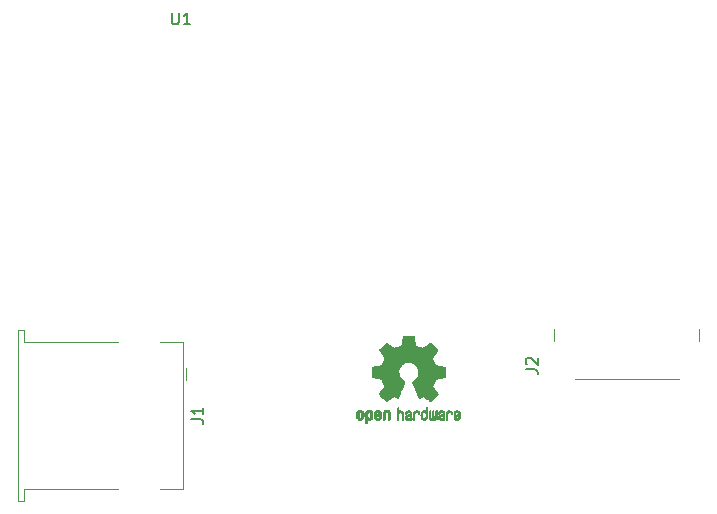
<source format=gbr>
G04 #@! TF.GenerationSoftware,KiCad,Pcbnew,5.1.4-5.1.4*
G04 #@! TF.CreationDate,2019-09-27T17:33:58+02:00*
G04 #@! TF.ProjectId,Backcover,4261636b-636f-4766-9572-2e6b69636164,rev?*
G04 #@! TF.SameCoordinates,Original*
G04 #@! TF.FileFunction,Legend,Top*
G04 #@! TF.FilePolarity,Positive*
%FSLAX46Y46*%
G04 Gerber Fmt 4.6, Leading zero omitted, Abs format (unit mm)*
G04 Created by KiCad (PCBNEW 5.1.4-5.1.4) date 2019-09-27 17:33:58*
%MOMM*%
%LPD*%
G04 APERTURE LIST*
%ADD10C,0.010000*%
%ADD11C,0.120000*%
%ADD12C,0.150000*%
G04 APERTURE END LIST*
D10*
G36*
X31639878Y15962224D02*
G01*
X31745612Y15961645D01*
X31822132Y15960078D01*
X31874372Y15957028D01*
X31907263Y15952004D01*
X31925737Y15944511D01*
X31934727Y15934056D01*
X31939163Y15920147D01*
X31939594Y15918346D01*
X31946333Y15885855D01*
X31958808Y15821748D01*
X31975719Y15732849D01*
X31995771Y15625981D01*
X32017664Y15507967D01*
X32018429Y15503822D01*
X32040359Y15388169D01*
X32060877Y15285986D01*
X32078659Y15203402D01*
X32092381Y15146544D01*
X32100718Y15121542D01*
X32101116Y15121099D01*
X32125677Y15108890D01*
X32176315Y15088544D01*
X32242095Y15064455D01*
X32242461Y15064326D01*
X32325317Y15033182D01*
X32423000Y14993509D01*
X32515077Y14953619D01*
X32519434Y14951647D01*
X32669407Y14883580D01*
X33001498Y15110361D01*
X33103374Y15179496D01*
X33195657Y15241303D01*
X33273003Y15292267D01*
X33330064Y15328873D01*
X33361495Y15347606D01*
X33364479Y15348996D01*
X33387321Y15342810D01*
X33429982Y15312965D01*
X33494128Y15258053D01*
X33581421Y15176666D01*
X33670535Y15090078D01*
X33756441Y15004753D01*
X33833327Y14926892D01*
X33896564Y14861303D01*
X33941523Y14812795D01*
X33963576Y14786175D01*
X33964396Y14784805D01*
X33966834Y14766537D01*
X33957650Y14736705D01*
X33934574Y14691279D01*
X33895337Y14626230D01*
X33837670Y14537530D01*
X33760795Y14423343D01*
X33692570Y14322838D01*
X33631582Y14232697D01*
X33581356Y14158151D01*
X33545416Y14104435D01*
X33527287Y14076782D01*
X33526146Y14074905D01*
X33528359Y14048410D01*
X33545138Y13996914D01*
X33573142Y13930149D01*
X33583122Y13908828D01*
X33626672Y13813841D01*
X33673134Y13706063D01*
X33710877Y13612808D01*
X33738073Y13543594D01*
X33759675Y13490994D01*
X33772158Y13463503D01*
X33773709Y13461384D01*
X33796668Y13457876D01*
X33850786Y13448262D01*
X33928868Y13433911D01*
X34023719Y13416193D01*
X34128143Y13396475D01*
X34234944Y13376126D01*
X34336926Y13356514D01*
X34426894Y13339009D01*
X34497653Y13324978D01*
X34542006Y13315791D01*
X34552885Y13313193D01*
X34564122Y13306782D01*
X34572605Y13292303D01*
X34578714Y13264867D01*
X34582832Y13219589D01*
X34585341Y13151580D01*
X34586621Y13055953D01*
X34587054Y12927820D01*
X34587077Y12875299D01*
X34587077Y12448155D01*
X34484500Y12427909D01*
X34427431Y12416930D01*
X34342269Y12400905D01*
X34239372Y12381767D01*
X34129096Y12361449D01*
X34098615Y12355868D01*
X33996855Y12336083D01*
X33908205Y12316627D01*
X33840108Y12299303D01*
X33800004Y12285912D01*
X33793323Y12281921D01*
X33776919Y12253658D01*
X33753399Y12198891D01*
X33727316Y12128412D01*
X33722142Y12113231D01*
X33687956Y12019104D01*
X33645523Y11912899D01*
X33603997Y11817527D01*
X33603792Y11817084D01*
X33534640Y11667475D01*
X33989512Y10998383D01*
X33697500Y10705884D01*
X33609180Y10618830D01*
X33528625Y10542091D01*
X33460360Y10479763D01*
X33408908Y10435944D01*
X33378794Y10414730D01*
X33374474Y10413384D01*
X33349111Y10423984D01*
X33297358Y10453453D01*
X33224868Y10498295D01*
X33137294Y10555016D01*
X33042612Y10618538D01*
X32946516Y10683332D01*
X32860837Y10739713D01*
X32791016Y10784212D01*
X32742494Y10813361D01*
X32720782Y10823692D01*
X32694293Y10814950D01*
X32644062Y10791913D01*
X32580451Y10759369D01*
X32573708Y10755751D01*
X32488046Y10712790D01*
X32429306Y10691721D01*
X32392772Y10691497D01*
X32373731Y10711072D01*
X32373620Y10711346D01*
X32364102Y10734528D01*
X32341403Y10789559D01*
X32307282Y10872178D01*
X32263500Y10978128D01*
X32211816Y11103148D01*
X32153992Y11242980D01*
X32097991Y11378363D01*
X32036447Y11527766D01*
X31979939Y11666168D01*
X31930161Y11789327D01*
X31888806Y11892998D01*
X31857568Y11972941D01*
X31838141Y12024912D01*
X31832154Y12044308D01*
X31847168Y12066557D01*
X31886439Y12102018D01*
X31938807Y12141113D01*
X32087941Y12264755D01*
X32204511Y12406478D01*
X32287118Y12563296D01*
X32334366Y12732225D01*
X32344857Y12910278D01*
X32337231Y12992461D01*
X32295682Y13162969D01*
X32224123Y13313541D01*
X32126995Y13442691D01*
X32008734Y13548936D01*
X31873780Y13630790D01*
X31726571Y13686768D01*
X31571544Y13715385D01*
X31413139Y13715156D01*
X31255794Y13684595D01*
X31103946Y13622218D01*
X30962035Y13526540D01*
X30902803Y13472428D01*
X30789203Y13333480D01*
X30710106Y13181639D01*
X30664986Y13021333D01*
X30653316Y12856988D01*
X30674569Y12693029D01*
X30728220Y12533882D01*
X30813740Y12383975D01*
X30930605Y12247733D01*
X31061193Y12141113D01*
X31115588Y12100358D01*
X31154014Y12065282D01*
X31167846Y12044274D01*
X31160603Y12021365D01*
X31140005Y11966635D01*
X31107746Y11884328D01*
X31065521Y11778685D01*
X31015023Y11653950D01*
X30957948Y11514364D01*
X30901854Y11378330D01*
X30839967Y11228799D01*
X30782644Y11090233D01*
X30731644Y10966893D01*
X30688727Y10863036D01*
X30655653Y10782920D01*
X30634181Y10730805D01*
X30626225Y10711346D01*
X30607429Y10691577D01*
X30571074Y10691635D01*
X30512479Y10712559D01*
X30426968Y10755387D01*
X30426292Y10755751D01*
X30361907Y10788988D01*
X30309861Y10813198D01*
X30280512Y10823596D01*
X30279217Y10823692D01*
X30257124Y10813145D01*
X30208348Y10783816D01*
X30138331Y10739173D01*
X30052514Y10682686D01*
X29957388Y10618538D01*
X29860540Y10553589D01*
X29773253Y10497104D01*
X29701181Y10452579D01*
X29649977Y10423510D01*
X29625526Y10413384D01*
X29603010Y10426693D01*
X29557742Y10463888D01*
X29494244Y10520872D01*
X29417039Y10593551D01*
X29330651Y10677829D01*
X29302399Y10705984D01*
X29010287Y10998584D01*
X29232631Y11324896D01*
X29300202Y11425103D01*
X29359507Y11515037D01*
X29407217Y11589490D01*
X29440007Y11643249D01*
X29454548Y11671106D01*
X29454974Y11673088D01*
X29447308Y11699345D01*
X29426689Y11752163D01*
X29396685Y11822690D01*
X29375625Y11869907D01*
X29336248Y11960306D01*
X29299165Y12051634D01*
X29270415Y12128800D01*
X29262605Y12152308D01*
X29240417Y12215084D01*
X29218727Y12263589D01*
X29206813Y12281921D01*
X29180523Y12293141D01*
X29123142Y12309046D01*
X29042118Y12327833D01*
X28944895Y12347701D01*
X28901385Y12355868D01*
X28790896Y12376171D01*
X28684916Y12395830D01*
X28593801Y12412912D01*
X28527908Y12425482D01*
X28515500Y12427909D01*
X28412923Y12448155D01*
X28412923Y12875299D01*
X28413153Y13015754D01*
X28414099Y13122021D01*
X28416141Y13198987D01*
X28419662Y13251540D01*
X28425043Y13284567D01*
X28432666Y13302955D01*
X28442912Y13311592D01*
X28447115Y13313193D01*
X28472470Y13318873D01*
X28528484Y13330205D01*
X28607964Y13345821D01*
X28703712Y13364353D01*
X28808533Y13384431D01*
X28915232Y13404688D01*
X29016613Y13423754D01*
X29105479Y13440261D01*
X29174637Y13452841D01*
X29216889Y13460125D01*
X29226290Y13461384D01*
X29234807Y13478237D01*
X29253660Y13523130D01*
X29279324Y13587570D01*
X29289123Y13612808D01*
X29328648Y13710314D01*
X29375192Y13818041D01*
X29416877Y13908828D01*
X29447550Y13978247D01*
X29467956Y14035290D01*
X29474768Y14070223D01*
X29473682Y14074905D01*
X29459285Y14097009D01*
X29426412Y14146169D01*
X29378590Y14217152D01*
X29319348Y14304722D01*
X29252215Y14403643D01*
X29238941Y14423170D01*
X29161046Y14538860D01*
X29103787Y14626956D01*
X29064881Y14691514D01*
X29042044Y14736589D01*
X29032994Y14766237D01*
X29035448Y14784515D01*
X29035511Y14784631D01*
X29054827Y14808639D01*
X29097551Y14855053D01*
X29159051Y14919063D01*
X29234698Y14995855D01*
X29319861Y15080618D01*
X29329465Y15090078D01*
X29436790Y15194011D01*
X29519615Y15270325D01*
X29579605Y15320429D01*
X29618423Y15345730D01*
X29635520Y15348996D01*
X29660473Y15334750D01*
X29712255Y15301844D01*
X29785520Y15253792D01*
X29874920Y15194110D01*
X29975111Y15126312D01*
X29998501Y15110361D01*
X30330593Y14883580D01*
X30480565Y14951647D01*
X30571770Y14991315D01*
X30669669Y15031209D01*
X30753831Y15063017D01*
X30757538Y15064326D01*
X30823369Y15088424D01*
X30874116Y15108800D01*
X30898842Y15121064D01*
X30898884Y15121099D01*
X30906729Y15143266D01*
X30920066Y15197783D01*
X30937570Y15278520D01*
X30957917Y15379350D01*
X30979782Y15494144D01*
X30981571Y15503822D01*
X31003504Y15622096D01*
X31023640Y15729458D01*
X31040680Y15819083D01*
X31053328Y15884149D01*
X31060284Y15917832D01*
X31060406Y15918346D01*
X31064639Y15932675D01*
X31072871Y15943493D01*
X31090033Y15951294D01*
X31121058Y15956571D01*
X31170878Y15959818D01*
X31244424Y15961528D01*
X31346629Y15962193D01*
X31482425Y15962307D01*
X31500000Y15962308D01*
X31639878Y15962224D01*
X31639878Y15962224D01*
G37*
X31639878Y15962224D02*
X31745612Y15961645D01*
X31822132Y15960078D01*
X31874372Y15957028D01*
X31907263Y15952004D01*
X31925737Y15944511D01*
X31934727Y15934056D01*
X31939163Y15920147D01*
X31939594Y15918346D01*
X31946333Y15885855D01*
X31958808Y15821748D01*
X31975719Y15732849D01*
X31995771Y15625981D01*
X32017664Y15507967D01*
X32018429Y15503822D01*
X32040359Y15388169D01*
X32060877Y15285986D01*
X32078659Y15203402D01*
X32092381Y15146544D01*
X32100718Y15121542D01*
X32101116Y15121099D01*
X32125677Y15108890D01*
X32176315Y15088544D01*
X32242095Y15064455D01*
X32242461Y15064326D01*
X32325317Y15033182D01*
X32423000Y14993509D01*
X32515077Y14953619D01*
X32519434Y14951647D01*
X32669407Y14883580D01*
X33001498Y15110361D01*
X33103374Y15179496D01*
X33195657Y15241303D01*
X33273003Y15292267D01*
X33330064Y15328873D01*
X33361495Y15347606D01*
X33364479Y15348996D01*
X33387321Y15342810D01*
X33429982Y15312965D01*
X33494128Y15258053D01*
X33581421Y15176666D01*
X33670535Y15090078D01*
X33756441Y15004753D01*
X33833327Y14926892D01*
X33896564Y14861303D01*
X33941523Y14812795D01*
X33963576Y14786175D01*
X33964396Y14784805D01*
X33966834Y14766537D01*
X33957650Y14736705D01*
X33934574Y14691279D01*
X33895337Y14626230D01*
X33837670Y14537530D01*
X33760795Y14423343D01*
X33692570Y14322838D01*
X33631582Y14232697D01*
X33581356Y14158151D01*
X33545416Y14104435D01*
X33527287Y14076782D01*
X33526146Y14074905D01*
X33528359Y14048410D01*
X33545138Y13996914D01*
X33573142Y13930149D01*
X33583122Y13908828D01*
X33626672Y13813841D01*
X33673134Y13706063D01*
X33710877Y13612808D01*
X33738073Y13543594D01*
X33759675Y13490994D01*
X33772158Y13463503D01*
X33773709Y13461384D01*
X33796668Y13457876D01*
X33850786Y13448262D01*
X33928868Y13433911D01*
X34023719Y13416193D01*
X34128143Y13396475D01*
X34234944Y13376126D01*
X34336926Y13356514D01*
X34426894Y13339009D01*
X34497653Y13324978D01*
X34542006Y13315791D01*
X34552885Y13313193D01*
X34564122Y13306782D01*
X34572605Y13292303D01*
X34578714Y13264867D01*
X34582832Y13219589D01*
X34585341Y13151580D01*
X34586621Y13055953D01*
X34587054Y12927820D01*
X34587077Y12875299D01*
X34587077Y12448155D01*
X34484500Y12427909D01*
X34427431Y12416930D01*
X34342269Y12400905D01*
X34239372Y12381767D01*
X34129096Y12361449D01*
X34098615Y12355868D01*
X33996855Y12336083D01*
X33908205Y12316627D01*
X33840108Y12299303D01*
X33800004Y12285912D01*
X33793323Y12281921D01*
X33776919Y12253658D01*
X33753399Y12198891D01*
X33727316Y12128412D01*
X33722142Y12113231D01*
X33687956Y12019104D01*
X33645523Y11912899D01*
X33603997Y11817527D01*
X33603792Y11817084D01*
X33534640Y11667475D01*
X33989512Y10998383D01*
X33697500Y10705884D01*
X33609180Y10618830D01*
X33528625Y10542091D01*
X33460360Y10479763D01*
X33408908Y10435944D01*
X33378794Y10414730D01*
X33374474Y10413384D01*
X33349111Y10423984D01*
X33297358Y10453453D01*
X33224868Y10498295D01*
X33137294Y10555016D01*
X33042612Y10618538D01*
X32946516Y10683332D01*
X32860837Y10739713D01*
X32791016Y10784212D01*
X32742494Y10813361D01*
X32720782Y10823692D01*
X32694293Y10814950D01*
X32644062Y10791913D01*
X32580451Y10759369D01*
X32573708Y10755751D01*
X32488046Y10712790D01*
X32429306Y10691721D01*
X32392772Y10691497D01*
X32373731Y10711072D01*
X32373620Y10711346D01*
X32364102Y10734528D01*
X32341403Y10789559D01*
X32307282Y10872178D01*
X32263500Y10978128D01*
X32211816Y11103148D01*
X32153992Y11242980D01*
X32097991Y11378363D01*
X32036447Y11527766D01*
X31979939Y11666168D01*
X31930161Y11789327D01*
X31888806Y11892998D01*
X31857568Y11972941D01*
X31838141Y12024912D01*
X31832154Y12044308D01*
X31847168Y12066557D01*
X31886439Y12102018D01*
X31938807Y12141113D01*
X32087941Y12264755D01*
X32204511Y12406478D01*
X32287118Y12563296D01*
X32334366Y12732225D01*
X32344857Y12910278D01*
X32337231Y12992461D01*
X32295682Y13162969D01*
X32224123Y13313541D01*
X32126995Y13442691D01*
X32008734Y13548936D01*
X31873780Y13630790D01*
X31726571Y13686768D01*
X31571544Y13715385D01*
X31413139Y13715156D01*
X31255794Y13684595D01*
X31103946Y13622218D01*
X30962035Y13526540D01*
X30902803Y13472428D01*
X30789203Y13333480D01*
X30710106Y13181639D01*
X30664986Y13021333D01*
X30653316Y12856988D01*
X30674569Y12693029D01*
X30728220Y12533882D01*
X30813740Y12383975D01*
X30930605Y12247733D01*
X31061193Y12141113D01*
X31115588Y12100358D01*
X31154014Y12065282D01*
X31167846Y12044274D01*
X31160603Y12021365D01*
X31140005Y11966635D01*
X31107746Y11884328D01*
X31065521Y11778685D01*
X31015023Y11653950D01*
X30957948Y11514364D01*
X30901854Y11378330D01*
X30839967Y11228799D01*
X30782644Y11090233D01*
X30731644Y10966893D01*
X30688727Y10863036D01*
X30655653Y10782920D01*
X30634181Y10730805D01*
X30626225Y10711346D01*
X30607429Y10691577D01*
X30571074Y10691635D01*
X30512479Y10712559D01*
X30426968Y10755387D01*
X30426292Y10755751D01*
X30361907Y10788988D01*
X30309861Y10813198D01*
X30280512Y10823596D01*
X30279217Y10823692D01*
X30257124Y10813145D01*
X30208348Y10783816D01*
X30138331Y10739173D01*
X30052514Y10682686D01*
X29957388Y10618538D01*
X29860540Y10553589D01*
X29773253Y10497104D01*
X29701181Y10452579D01*
X29649977Y10423510D01*
X29625526Y10413384D01*
X29603010Y10426693D01*
X29557742Y10463888D01*
X29494244Y10520872D01*
X29417039Y10593551D01*
X29330651Y10677829D01*
X29302399Y10705984D01*
X29010287Y10998584D01*
X29232631Y11324896D01*
X29300202Y11425103D01*
X29359507Y11515037D01*
X29407217Y11589490D01*
X29440007Y11643249D01*
X29454548Y11671106D01*
X29454974Y11673088D01*
X29447308Y11699345D01*
X29426689Y11752163D01*
X29396685Y11822690D01*
X29375625Y11869907D01*
X29336248Y11960306D01*
X29299165Y12051634D01*
X29270415Y12128800D01*
X29262605Y12152308D01*
X29240417Y12215084D01*
X29218727Y12263589D01*
X29206813Y12281921D01*
X29180523Y12293141D01*
X29123142Y12309046D01*
X29042118Y12327833D01*
X28944895Y12347701D01*
X28901385Y12355868D01*
X28790896Y12376171D01*
X28684916Y12395830D01*
X28593801Y12412912D01*
X28527908Y12425482D01*
X28515500Y12427909D01*
X28412923Y12448155D01*
X28412923Y12875299D01*
X28413153Y13015754D01*
X28414099Y13122021D01*
X28416141Y13198987D01*
X28419662Y13251540D01*
X28425043Y13284567D01*
X28432666Y13302955D01*
X28442912Y13311592D01*
X28447115Y13313193D01*
X28472470Y13318873D01*
X28528484Y13330205D01*
X28607964Y13345821D01*
X28703712Y13364353D01*
X28808533Y13384431D01*
X28915232Y13404688D01*
X29016613Y13423754D01*
X29105479Y13440261D01*
X29174637Y13452841D01*
X29216889Y13460125D01*
X29226290Y13461384D01*
X29234807Y13478237D01*
X29253660Y13523130D01*
X29279324Y13587570D01*
X29289123Y13612808D01*
X29328648Y13710314D01*
X29375192Y13818041D01*
X29416877Y13908828D01*
X29447550Y13978247D01*
X29467956Y14035290D01*
X29474768Y14070223D01*
X29473682Y14074905D01*
X29459285Y14097009D01*
X29426412Y14146169D01*
X29378590Y14217152D01*
X29319348Y14304722D01*
X29252215Y14403643D01*
X29238941Y14423170D01*
X29161046Y14538860D01*
X29103787Y14626956D01*
X29064881Y14691514D01*
X29042044Y14736589D01*
X29032994Y14766237D01*
X29035448Y14784515D01*
X29035511Y14784631D01*
X29054827Y14808639D01*
X29097551Y14855053D01*
X29159051Y14919063D01*
X29234698Y14995855D01*
X29319861Y15080618D01*
X29329465Y15090078D01*
X29436790Y15194011D01*
X29519615Y15270325D01*
X29579605Y15320429D01*
X29618423Y15345730D01*
X29635520Y15348996D01*
X29660473Y15334750D01*
X29712255Y15301844D01*
X29785520Y15253792D01*
X29874920Y15194110D01*
X29975111Y15126312D01*
X29998501Y15110361D01*
X30330593Y14883580D01*
X30480565Y14951647D01*
X30571770Y14991315D01*
X30669669Y15031209D01*
X30753831Y15063017D01*
X30757538Y15064326D01*
X30823369Y15088424D01*
X30874116Y15108800D01*
X30898842Y15121064D01*
X30898884Y15121099D01*
X30906729Y15143266D01*
X30920066Y15197783D01*
X30937570Y15278520D01*
X30957917Y15379350D01*
X30979782Y15494144D01*
X30981571Y15503822D01*
X31003504Y15622096D01*
X31023640Y15729458D01*
X31040680Y15819083D01*
X31053328Y15884149D01*
X31060284Y15917832D01*
X31060406Y15918346D01*
X31064639Y15932675D01*
X31072871Y15943493D01*
X31090033Y15951294D01*
X31121058Y15956571D01*
X31170878Y15959818D01*
X31244424Y15961528D01*
X31346629Y15962193D01*
X31482425Y15962307D01*
X31500000Y15962308D01*
X31639878Y15962224D01*
G36*
X35745224Y9602162D02*
G01*
X35822528Y9551639D01*
X35859814Y9506410D01*
X35889353Y9424337D01*
X35891699Y9359393D01*
X35886385Y9272555D01*
X35686115Y9184897D01*
X35588739Y9140113D01*
X35525113Y9104087D01*
X35492029Y9072883D01*
X35486280Y9042564D01*
X35504658Y9009195D01*
X35524923Y8987077D01*
X35583889Y8951607D01*
X35648024Y8949121D01*
X35706926Y8976765D01*
X35750197Y9031680D01*
X35757936Y9051072D01*
X35795006Y9111636D01*
X35837654Y9137448D01*
X35896154Y9159529D01*
X35896154Y9075816D01*
X35890982Y9018850D01*
X35870723Y8970811D01*
X35828262Y8915654D01*
X35821951Y8908486D01*
X35774720Y8859415D01*
X35734121Y8833080D01*
X35683328Y8820965D01*
X35641220Y8816997D01*
X35565902Y8816009D01*
X35512286Y8828534D01*
X35478838Y8847131D01*
X35426268Y8888025D01*
X35389879Y8932252D01*
X35366850Y8987874D01*
X35354359Y9062953D01*
X35349587Y9165551D01*
X35349206Y9217624D01*
X35350501Y9280052D01*
X35468471Y9280052D01*
X35469839Y9246562D01*
X35473249Y9241077D01*
X35495753Y9248528D01*
X35544182Y9268247D01*
X35608908Y9296282D01*
X35622443Y9302308D01*
X35704244Y9343904D01*
X35749312Y9380462D01*
X35759217Y9414704D01*
X35735526Y9449352D01*
X35715960Y9464661D01*
X35645360Y9495279D01*
X35579280Y9490220D01*
X35523959Y9452849D01*
X35485636Y9386527D01*
X35473349Y9333884D01*
X35468471Y9280052D01*
X35350501Y9280052D01*
X35351730Y9339280D01*
X35361032Y9429290D01*
X35379460Y9494833D01*
X35409360Y9543088D01*
X35453080Y9581233D01*
X35472141Y9593560D01*
X35558726Y9625664D01*
X35653522Y9627684D01*
X35745224Y9602162D01*
X35745224Y9602162D01*
G37*
X35745224Y9602162D02*
X35822528Y9551639D01*
X35859814Y9506410D01*
X35889353Y9424337D01*
X35891699Y9359393D01*
X35886385Y9272555D01*
X35686115Y9184897D01*
X35588739Y9140113D01*
X35525113Y9104087D01*
X35492029Y9072883D01*
X35486280Y9042564D01*
X35504658Y9009195D01*
X35524923Y8987077D01*
X35583889Y8951607D01*
X35648024Y8949121D01*
X35706926Y8976765D01*
X35750197Y9031680D01*
X35757936Y9051072D01*
X35795006Y9111636D01*
X35837654Y9137448D01*
X35896154Y9159529D01*
X35896154Y9075816D01*
X35890982Y9018850D01*
X35870723Y8970811D01*
X35828262Y8915654D01*
X35821951Y8908486D01*
X35774720Y8859415D01*
X35734121Y8833080D01*
X35683328Y8820965D01*
X35641220Y8816997D01*
X35565902Y8816009D01*
X35512286Y8828534D01*
X35478838Y8847131D01*
X35426268Y8888025D01*
X35389879Y8932252D01*
X35366850Y8987874D01*
X35354359Y9062953D01*
X35349587Y9165551D01*
X35349206Y9217624D01*
X35350501Y9280052D01*
X35468471Y9280052D01*
X35469839Y9246562D01*
X35473249Y9241077D01*
X35495753Y9248528D01*
X35544182Y9268247D01*
X35608908Y9296282D01*
X35622443Y9302308D01*
X35704244Y9343904D01*
X35749312Y9380462D01*
X35759217Y9414704D01*
X35735526Y9449352D01*
X35715960Y9464661D01*
X35645360Y9495279D01*
X35579280Y9490220D01*
X35523959Y9452849D01*
X35485636Y9386527D01*
X35473349Y9333884D01*
X35468471Y9280052D01*
X35350501Y9280052D01*
X35351730Y9339280D01*
X35361032Y9429290D01*
X35379460Y9494833D01*
X35409360Y9543088D01*
X35453080Y9581233D01*
X35472141Y9593560D01*
X35558726Y9625664D01*
X35653522Y9627684D01*
X35745224Y9602162D01*
G36*
X35070807Y9613218D02*
G01*
X35094161Y9603012D01*
X35149902Y9558866D01*
X35197569Y9495033D01*
X35227048Y9426913D01*
X35231846Y9393330D01*
X35215760Y9346444D01*
X35180475Y9321635D01*
X35142644Y9306613D01*
X35125321Y9303845D01*
X35116886Y9323934D01*
X35100230Y9367649D01*
X35092923Y9387402D01*
X35051948Y9455729D01*
X34992622Y9489809D01*
X34916552Y9488761D01*
X34910918Y9487419D01*
X34870305Y9468164D01*
X34840448Y9430625D01*
X34820055Y9370191D01*
X34807836Y9282249D01*
X34802500Y9162187D01*
X34802000Y9098302D01*
X34801752Y8997597D01*
X34800126Y8928946D01*
X34795801Y8885327D01*
X34787454Y8859718D01*
X34773765Y8845097D01*
X34753411Y8834442D01*
X34752234Y8833905D01*
X34713038Y8817333D01*
X34693619Y8811231D01*
X34690635Y8829681D01*
X34688081Y8880677D01*
X34686140Y8957692D01*
X34684997Y9054195D01*
X34684769Y9124816D01*
X34685932Y9261475D01*
X34690479Y9365149D01*
X34699999Y9441892D01*
X34716081Y9497754D01*
X34740313Y9538788D01*
X34774286Y9571046D01*
X34807833Y9593560D01*
X34888499Y9623524D01*
X34982381Y9630282D01*
X35070807Y9613218D01*
X35070807Y9613218D01*
G37*
X35070807Y9613218D02*
X35094161Y9603012D01*
X35149902Y9558866D01*
X35197569Y9495033D01*
X35227048Y9426913D01*
X35231846Y9393330D01*
X35215760Y9346444D01*
X35180475Y9321635D01*
X35142644Y9306613D01*
X35125321Y9303845D01*
X35116886Y9323934D01*
X35100230Y9367649D01*
X35092923Y9387402D01*
X35051948Y9455729D01*
X34992622Y9489809D01*
X34916552Y9488761D01*
X34910918Y9487419D01*
X34870305Y9468164D01*
X34840448Y9430625D01*
X34820055Y9370191D01*
X34807836Y9282249D01*
X34802500Y9162187D01*
X34802000Y9098302D01*
X34801752Y8997597D01*
X34800126Y8928946D01*
X34795801Y8885327D01*
X34787454Y8859718D01*
X34773765Y8845097D01*
X34753411Y8834442D01*
X34752234Y8833905D01*
X34713038Y8817333D01*
X34693619Y8811231D01*
X34690635Y8829681D01*
X34688081Y8880677D01*
X34686140Y8957692D01*
X34684997Y9054195D01*
X34684769Y9124816D01*
X34685932Y9261475D01*
X34690479Y9365149D01*
X34699999Y9441892D01*
X34716081Y9497754D01*
X34740313Y9538788D01*
X34774286Y9571046D01*
X34807833Y9593560D01*
X34888499Y9623524D01*
X34982381Y9630282D01*
X35070807Y9613218D01*
G36*
X34387333Y9616472D02*
G01*
X34443590Y9590883D01*
X34487747Y9559876D01*
X34520101Y9525205D01*
X34542438Y9480480D01*
X34556546Y9419308D01*
X34564211Y9335299D01*
X34567220Y9222060D01*
X34567538Y9147491D01*
X34567538Y8856580D01*
X34517773Y8833905D01*
X34478576Y8817333D01*
X34459157Y8811231D01*
X34455442Y8829390D01*
X34452495Y8878352D01*
X34450691Y8949847D01*
X34450308Y9006615D01*
X34448661Y9088629D01*
X34444222Y9153691D01*
X34437740Y9193533D01*
X34432590Y9202000D01*
X34397977Y9193354D01*
X34343640Y9171177D01*
X34280722Y9141114D01*
X34220368Y9108808D01*
X34173721Y9079902D01*
X34151926Y9060039D01*
X34151839Y9059825D01*
X34153714Y9023065D01*
X34170525Y8987974D01*
X34200039Y8959472D01*
X34243116Y8949939D01*
X34279932Y8951050D01*
X34332074Y8951867D01*
X34359444Y8939651D01*
X34375882Y8907376D01*
X34377955Y8901290D01*
X34385081Y8855261D01*
X34366024Y8827313D01*
X34316353Y8813993D01*
X34262697Y8811530D01*
X34166142Y8829790D01*
X34116159Y8855869D01*
X34054429Y8917132D01*
X34021690Y8992330D01*
X34018753Y9071789D01*
X34046424Y9145833D01*
X34088047Y9192231D01*
X34129604Y9218207D01*
X34194922Y9251093D01*
X34271038Y9284443D01*
X34283726Y9289539D01*
X34367333Y9326435D01*
X34415530Y9358954D01*
X34431030Y9391282D01*
X34416550Y9427606D01*
X34391692Y9456000D01*
X34332939Y9490961D01*
X34268293Y9493583D01*
X34209008Y9466642D01*
X34166339Y9412912D01*
X34160739Y9399050D01*
X34128133Y9348064D01*
X34080530Y9310213D01*
X34020461Y9279150D01*
X34020461Y9367232D01*
X34023997Y9421049D01*
X34039156Y9463466D01*
X34072768Y9508721D01*
X34105035Y9543580D01*
X34155209Y9592938D01*
X34194193Y9619453D01*
X34236064Y9630089D01*
X34283460Y9631846D01*
X34387333Y9616472D01*
X34387333Y9616472D01*
G37*
X34387333Y9616472D02*
X34443590Y9590883D01*
X34487747Y9559876D01*
X34520101Y9525205D01*
X34542438Y9480480D01*
X34556546Y9419308D01*
X34564211Y9335299D01*
X34567220Y9222060D01*
X34567538Y9147491D01*
X34567538Y8856580D01*
X34517773Y8833905D01*
X34478576Y8817333D01*
X34459157Y8811231D01*
X34455442Y8829390D01*
X34452495Y8878352D01*
X34450691Y8949847D01*
X34450308Y9006615D01*
X34448661Y9088629D01*
X34444222Y9153691D01*
X34437740Y9193533D01*
X34432590Y9202000D01*
X34397977Y9193354D01*
X34343640Y9171177D01*
X34280722Y9141114D01*
X34220368Y9108808D01*
X34173721Y9079902D01*
X34151926Y9060039D01*
X34151839Y9059825D01*
X34153714Y9023065D01*
X34170525Y8987974D01*
X34200039Y8959472D01*
X34243116Y8949939D01*
X34279932Y8951050D01*
X34332074Y8951867D01*
X34359444Y8939651D01*
X34375882Y8907376D01*
X34377955Y8901290D01*
X34385081Y8855261D01*
X34366024Y8827313D01*
X34316353Y8813993D01*
X34262697Y8811530D01*
X34166142Y8829790D01*
X34116159Y8855869D01*
X34054429Y8917132D01*
X34021690Y8992330D01*
X34018753Y9071789D01*
X34046424Y9145833D01*
X34088047Y9192231D01*
X34129604Y9218207D01*
X34194922Y9251093D01*
X34271038Y9284443D01*
X34283726Y9289539D01*
X34367333Y9326435D01*
X34415530Y9358954D01*
X34431030Y9391282D01*
X34416550Y9427606D01*
X34391692Y9456000D01*
X34332939Y9490961D01*
X34268293Y9493583D01*
X34209008Y9466642D01*
X34166339Y9412912D01*
X34160739Y9399050D01*
X34128133Y9348064D01*
X34080530Y9310213D01*
X34020461Y9279150D01*
X34020461Y9367232D01*
X34023997Y9421049D01*
X34039156Y9463466D01*
X34072768Y9508721D01*
X34105035Y9543580D01*
X34155209Y9592938D01*
X34194193Y9619453D01*
X34236064Y9630089D01*
X34283460Y9631846D01*
X34387333Y9616472D01*
G36*
X33895929Y9613338D02*
G01*
X33898911Y9561932D01*
X33901247Y9483808D01*
X33902749Y9385143D01*
X33903231Y9281657D01*
X33903231Y8931467D01*
X33841401Y8869637D01*
X33798793Y8831538D01*
X33761390Y8816105D01*
X33710270Y8817082D01*
X33689978Y8819567D01*
X33626554Y8826800D01*
X33574095Y8830945D01*
X33561308Y8831328D01*
X33518199Y8828824D01*
X33456544Y8822538D01*
X33432638Y8819567D01*
X33373922Y8814972D01*
X33334464Y8824954D01*
X33295338Y8855772D01*
X33281215Y8869637D01*
X33219385Y8931467D01*
X33219385Y9586497D01*
X33269150Y9609171D01*
X33312002Y9625966D01*
X33337073Y9631846D01*
X33343501Y9613264D01*
X33349509Y9561345D01*
X33354697Y9481828D01*
X33358664Y9380454D01*
X33360577Y9294808D01*
X33365923Y8957769D01*
X33412560Y8951175D01*
X33454976Y8955786D01*
X33475760Y8970713D01*
X33481570Y8998623D01*
X33486530Y9058075D01*
X33490246Y9141534D01*
X33492324Y9241468D01*
X33492624Y9292896D01*
X33492923Y9588946D01*
X33554454Y9610396D01*
X33598004Y9624980D01*
X33621694Y9631781D01*
X33622377Y9631846D01*
X33624754Y9613358D01*
X33627366Y9562094D01*
X33629995Y9484351D01*
X33632421Y9386426D01*
X33634115Y9294808D01*
X33639461Y8957769D01*
X33756692Y8957769D01*
X33762072Y9265254D01*
X33767451Y9572739D01*
X33824601Y9602293D01*
X33866797Y9622587D01*
X33891770Y9631796D01*
X33892491Y9631846D01*
X33895929Y9613338D01*
X33895929Y9613338D01*
G37*
X33895929Y9613338D02*
X33898911Y9561932D01*
X33901247Y9483808D01*
X33902749Y9385143D01*
X33903231Y9281657D01*
X33903231Y8931467D01*
X33841401Y8869637D01*
X33798793Y8831538D01*
X33761390Y8816105D01*
X33710270Y8817082D01*
X33689978Y8819567D01*
X33626554Y8826800D01*
X33574095Y8830945D01*
X33561308Y8831328D01*
X33518199Y8828824D01*
X33456544Y8822538D01*
X33432638Y8819567D01*
X33373922Y8814972D01*
X33334464Y8824954D01*
X33295338Y8855772D01*
X33281215Y8869637D01*
X33219385Y8931467D01*
X33219385Y9586497D01*
X33269150Y9609171D01*
X33312002Y9625966D01*
X33337073Y9631846D01*
X33343501Y9613264D01*
X33349509Y9561345D01*
X33354697Y9481828D01*
X33358664Y9380454D01*
X33360577Y9294808D01*
X33365923Y8957769D01*
X33412560Y8951175D01*
X33454976Y8955786D01*
X33475760Y8970713D01*
X33481570Y8998623D01*
X33486530Y9058075D01*
X33490246Y9141534D01*
X33492324Y9241468D01*
X33492624Y9292896D01*
X33492923Y9588946D01*
X33554454Y9610396D01*
X33598004Y9624980D01*
X33621694Y9631781D01*
X33622377Y9631846D01*
X33624754Y9613358D01*
X33627366Y9562094D01*
X33629995Y9484351D01*
X33632421Y9386426D01*
X33634115Y9294808D01*
X33639461Y8957769D01*
X33756692Y8957769D01*
X33762072Y9265254D01*
X33767451Y9572739D01*
X33824601Y9602293D01*
X33866797Y9622587D01*
X33891770Y9631796D01*
X33892491Y9631846D01*
X33895929Y9613338D01*
G36*
X33102081Y9469711D02*
G01*
X33101833Y9323680D01*
X33100872Y9211345D01*
X33098794Y9127322D01*
X33095193Y9066231D01*
X33089665Y9022691D01*
X33081804Y8991321D01*
X33071207Y8966738D01*
X33063182Y8952706D01*
X32996728Y8876612D01*
X32912470Y8828916D01*
X32819249Y8811801D01*
X32725900Y8827454D01*
X32670312Y8855582D01*
X32611957Y8904240D01*
X32572186Y8963667D01*
X32548190Y9041493D01*
X32537161Y9145348D01*
X32535599Y9221538D01*
X32535809Y9227014D01*
X32672308Y9227014D01*
X32673141Y9139645D01*
X32676961Y9081808D01*
X32685746Y9043971D01*
X32701474Y9016602D01*
X32720266Y8995958D01*
X32783375Y8956110D01*
X32851137Y8952705D01*
X32915179Y8985975D01*
X32920164Y8990483D01*
X32941439Y9013933D01*
X32954779Y9041834D01*
X32962001Y9083359D01*
X32964923Y9147684D01*
X32965385Y9218800D01*
X32964383Y9308142D01*
X32960238Y9367742D01*
X32951236Y9406911D01*
X32935667Y9434960D01*
X32922902Y9449856D01*
X32863600Y9487425D01*
X32795301Y9491943D01*
X32730110Y9463247D01*
X32717528Y9452594D01*
X32696111Y9428937D01*
X32682744Y9400749D01*
X32675566Y9358755D01*
X32672719Y9293681D01*
X32672308Y9227014D01*
X32535809Y9227014D01*
X32540322Y9344235D01*
X32556362Y9436423D01*
X32586528Y9505731D01*
X32633629Y9559789D01*
X32670312Y9587495D01*
X32736990Y9617428D01*
X32814272Y9631322D01*
X32886110Y9627603D01*
X32926308Y9612600D01*
X32942082Y9608330D01*
X32952550Y9624250D01*
X32959856Y9666911D01*
X32965385Y9731894D01*
X32971437Y9804268D01*
X32979844Y9847813D01*
X32995141Y9872713D01*
X33021864Y9889155D01*
X33038654Y9896436D01*
X33102154Y9923037D01*
X33102081Y9469711D01*
X33102081Y9469711D01*
G37*
X33102081Y9469711D02*
X33101833Y9323680D01*
X33100872Y9211345D01*
X33098794Y9127322D01*
X33095193Y9066231D01*
X33089665Y9022691D01*
X33081804Y8991321D01*
X33071207Y8966738D01*
X33063182Y8952706D01*
X32996728Y8876612D01*
X32912470Y8828916D01*
X32819249Y8811801D01*
X32725900Y8827454D01*
X32670312Y8855582D01*
X32611957Y8904240D01*
X32572186Y8963667D01*
X32548190Y9041493D01*
X32537161Y9145348D01*
X32535599Y9221538D01*
X32535809Y9227014D01*
X32672308Y9227014D01*
X32673141Y9139645D01*
X32676961Y9081808D01*
X32685746Y9043971D01*
X32701474Y9016602D01*
X32720266Y8995958D01*
X32783375Y8956110D01*
X32851137Y8952705D01*
X32915179Y8985975D01*
X32920164Y8990483D01*
X32941439Y9013933D01*
X32954779Y9041834D01*
X32962001Y9083359D01*
X32964923Y9147684D01*
X32965385Y9218800D01*
X32964383Y9308142D01*
X32960238Y9367742D01*
X32951236Y9406911D01*
X32935667Y9434960D01*
X32922902Y9449856D01*
X32863600Y9487425D01*
X32795301Y9491943D01*
X32730110Y9463247D01*
X32717528Y9452594D01*
X32696111Y9428937D01*
X32682744Y9400749D01*
X32675566Y9358755D01*
X32672719Y9293681D01*
X32672308Y9227014D01*
X32535809Y9227014D01*
X32540322Y9344235D01*
X32556362Y9436423D01*
X32586528Y9505731D01*
X32633629Y9559789D01*
X32670312Y9587495D01*
X32736990Y9617428D01*
X32814272Y9631322D01*
X32886110Y9627603D01*
X32926308Y9612600D01*
X32942082Y9608330D01*
X32952550Y9624250D01*
X32959856Y9666911D01*
X32965385Y9731894D01*
X32971437Y9804268D01*
X32979844Y9847813D01*
X32995141Y9872713D01*
X33021864Y9889155D01*
X33038654Y9896436D01*
X33102154Y9923037D01*
X33102081Y9469711D01*
G36*
X32213362Y9625330D02*
G01*
X32302117Y9592579D01*
X32374022Y9534650D01*
X32402144Y9493872D01*
X32432802Y9419046D01*
X32432165Y9364942D01*
X32399987Y9328554D01*
X32388081Y9322367D01*
X32336675Y9303075D01*
X32310422Y9308018D01*
X32301530Y9340413D01*
X32301077Y9358308D01*
X32284797Y9424141D01*
X32242365Y9470193D01*
X32183388Y9492436D01*
X32117475Y9486839D01*
X32063895Y9457771D01*
X32045798Y9441190D01*
X32032971Y9421075D01*
X32024306Y9390668D01*
X32018696Y9343212D01*
X32015035Y9271950D01*
X32012215Y9170125D01*
X32011484Y9137885D01*
X32008820Y9027590D01*
X32005792Y8949964D01*
X32001250Y8898604D01*
X31994046Y8867110D01*
X31983033Y8849080D01*
X31967060Y8838112D01*
X31956834Y8833267D01*
X31913406Y8816699D01*
X31887842Y8811231D01*
X31879395Y8829493D01*
X31874239Y8884704D01*
X31872346Y8977501D01*
X31873689Y9108522D01*
X31874107Y9128731D01*
X31877058Y9248267D01*
X31880548Y9335551D01*
X31885514Y9397409D01*
X31892893Y9440664D01*
X31903624Y9472140D01*
X31918645Y9498661D01*
X31926502Y9510025D01*
X31971553Y9560308D01*
X32021940Y9599419D01*
X32028108Y9602833D01*
X32118458Y9629788D01*
X32213362Y9625330D01*
X32213362Y9625330D01*
G37*
X32213362Y9625330D02*
X32302117Y9592579D01*
X32374022Y9534650D01*
X32402144Y9493872D01*
X32432802Y9419046D01*
X32432165Y9364942D01*
X32399987Y9328554D01*
X32388081Y9322367D01*
X32336675Y9303075D01*
X32310422Y9308018D01*
X32301530Y9340413D01*
X32301077Y9358308D01*
X32284797Y9424141D01*
X32242365Y9470193D01*
X32183388Y9492436D01*
X32117475Y9486839D01*
X32063895Y9457771D01*
X32045798Y9441190D01*
X32032971Y9421075D01*
X32024306Y9390668D01*
X32018696Y9343212D01*
X32015035Y9271950D01*
X32012215Y9170125D01*
X32011484Y9137885D01*
X32008820Y9027590D01*
X32005792Y8949964D01*
X32001250Y8898604D01*
X31994046Y8867110D01*
X31983033Y8849080D01*
X31967060Y8838112D01*
X31956834Y8833267D01*
X31913406Y8816699D01*
X31887842Y8811231D01*
X31879395Y8829493D01*
X31874239Y8884704D01*
X31872346Y8977501D01*
X31873689Y9108522D01*
X31874107Y9128731D01*
X31877058Y9248267D01*
X31880548Y9335551D01*
X31885514Y9397409D01*
X31892893Y9440664D01*
X31903624Y9472140D01*
X31918645Y9498661D01*
X31926502Y9510025D01*
X31971553Y9560308D01*
X32021940Y9599419D01*
X32028108Y9602833D01*
X32118458Y9629788D01*
X32213362Y9625330D01*
G36*
X31553501Y9623697D02*
G01*
X31630060Y9595267D01*
X31630936Y9594721D01*
X31678285Y9559873D01*
X31713241Y9519148D01*
X31737825Y9466075D01*
X31754062Y9394186D01*
X31763975Y9297008D01*
X31769586Y9168072D01*
X31770077Y9149702D01*
X31777141Y8872713D01*
X31717695Y8841972D01*
X31674681Y8821198D01*
X31648710Y8811354D01*
X31647509Y8811231D01*
X31643014Y8829394D01*
X31639444Y8878388D01*
X31637248Y8949969D01*
X31636769Y9007932D01*
X31636758Y9101830D01*
X31632466Y9160797D01*
X31617503Y9188921D01*
X31585482Y9190294D01*
X31530014Y9169002D01*
X31446269Y9129864D01*
X31384689Y9097357D01*
X31353017Y9069155D01*
X31343706Y9038418D01*
X31343692Y9036896D01*
X31359057Y8983946D01*
X31404547Y8955340D01*
X31474166Y8951197D01*
X31524313Y8951916D01*
X31550754Y8937473D01*
X31567243Y8902782D01*
X31576733Y8858584D01*
X31563057Y8833507D01*
X31557907Y8829918D01*
X31509425Y8815504D01*
X31441531Y8813463D01*
X31371612Y8823017D01*
X31322068Y8840478D01*
X31253570Y8898636D01*
X31214634Y8979592D01*
X31206923Y9042840D01*
X31212807Y9099889D01*
X31234101Y9146458D01*
X31276265Y9187819D01*
X31344759Y9229245D01*
X31445044Y9276007D01*
X31451154Y9278650D01*
X31541490Y9320383D01*
X31597235Y9354609D01*
X31621129Y9385365D01*
X31615913Y9416689D01*
X31584328Y9452617D01*
X31574883Y9460884D01*
X31511617Y9492942D01*
X31446064Y9491593D01*
X31388972Y9460162D01*
X31351093Y9401976D01*
X31347574Y9390554D01*
X31313300Y9335163D01*
X31269809Y9308482D01*
X31206923Y9282040D01*
X31206923Y9350452D01*
X31226052Y9449890D01*
X31282831Y9541098D01*
X31312378Y9571611D01*
X31379542Y9610772D01*
X31464956Y9628500D01*
X31553501Y9623697D01*
X31553501Y9623697D01*
G37*
X31553501Y9623697D02*
X31630060Y9595267D01*
X31630936Y9594721D01*
X31678285Y9559873D01*
X31713241Y9519148D01*
X31737825Y9466075D01*
X31754062Y9394186D01*
X31763975Y9297008D01*
X31769586Y9168072D01*
X31770077Y9149702D01*
X31777141Y8872713D01*
X31717695Y8841972D01*
X31674681Y8821198D01*
X31648710Y8811354D01*
X31647509Y8811231D01*
X31643014Y8829394D01*
X31639444Y8878388D01*
X31637248Y8949969D01*
X31636769Y9007932D01*
X31636758Y9101830D01*
X31632466Y9160797D01*
X31617503Y9188921D01*
X31585482Y9190294D01*
X31530014Y9169002D01*
X31446269Y9129864D01*
X31384689Y9097357D01*
X31353017Y9069155D01*
X31343706Y9038418D01*
X31343692Y9036896D01*
X31359057Y8983946D01*
X31404547Y8955340D01*
X31474166Y8951197D01*
X31524313Y8951916D01*
X31550754Y8937473D01*
X31567243Y8902782D01*
X31576733Y8858584D01*
X31563057Y8833507D01*
X31557907Y8829918D01*
X31509425Y8815504D01*
X31441531Y8813463D01*
X31371612Y8823017D01*
X31322068Y8840478D01*
X31253570Y8898636D01*
X31214634Y8979592D01*
X31206923Y9042840D01*
X31212807Y9099889D01*
X31234101Y9146458D01*
X31276265Y9187819D01*
X31344759Y9229245D01*
X31445044Y9276007D01*
X31451154Y9278650D01*
X31541490Y9320383D01*
X31597235Y9354609D01*
X31621129Y9385365D01*
X31615913Y9416689D01*
X31584328Y9452617D01*
X31574883Y9460884D01*
X31511617Y9492942D01*
X31446064Y9491593D01*
X31388972Y9460162D01*
X31351093Y9401976D01*
X31347574Y9390554D01*
X31313300Y9335163D01*
X31269809Y9308482D01*
X31206923Y9282040D01*
X31206923Y9350452D01*
X31226052Y9449890D01*
X31282831Y9541098D01*
X31312378Y9571611D01*
X31379542Y9610772D01*
X31464956Y9628500D01*
X31553501Y9623697D01*
G36*
X30659846Y9757880D02*
G01*
X30665572Y9678020D01*
X30672149Y9630961D01*
X30681262Y9610434D01*
X30694598Y9610171D01*
X30698923Y9612622D01*
X30756444Y9630364D01*
X30831268Y9629328D01*
X30907339Y9611090D01*
X30954918Y9587495D01*
X31003702Y9549802D01*
X31039364Y9507145D01*
X31063845Y9452943D01*
X31079087Y9380616D01*
X31087030Y9283581D01*
X31089616Y9155258D01*
X31089662Y9130642D01*
X31089692Y8854130D01*
X31028161Y8832680D01*
X30984459Y8818088D01*
X30960482Y8811294D01*
X30959777Y8811231D01*
X30957415Y8829655D01*
X30955406Y8880474D01*
X30953901Y8957007D01*
X30953053Y9052570D01*
X30952923Y9110671D01*
X30952651Y9225229D01*
X30951252Y9307333D01*
X30947849Y9363607D01*
X30941567Y9400674D01*
X30931529Y9425156D01*
X30916861Y9443675D01*
X30907702Y9452594D01*
X30844789Y9488534D01*
X30776136Y9491225D01*
X30713848Y9460830D01*
X30702329Y9449856D01*
X30685433Y9429221D01*
X30673714Y9404744D01*
X30666233Y9369353D01*
X30662054Y9315974D01*
X30660237Y9237534D01*
X30659846Y9129383D01*
X30659846Y8854130D01*
X30598315Y8832680D01*
X30554613Y8818088D01*
X30530636Y8811294D01*
X30529930Y8811231D01*
X30528126Y8829931D01*
X30526500Y8882678D01*
X30525117Y8964443D01*
X30524042Y9070195D01*
X30523340Y9194906D01*
X30523077Y9333545D01*
X30523077Y9868194D01*
X30650077Y9921764D01*
X30659846Y9757880D01*
X30659846Y9757880D01*
G37*
X30659846Y9757880D02*
X30665572Y9678020D01*
X30672149Y9630961D01*
X30681262Y9610434D01*
X30694598Y9610171D01*
X30698923Y9612622D01*
X30756444Y9630364D01*
X30831268Y9629328D01*
X30907339Y9611090D01*
X30954918Y9587495D01*
X31003702Y9549802D01*
X31039364Y9507145D01*
X31063845Y9452943D01*
X31079087Y9380616D01*
X31087030Y9283581D01*
X31089616Y9155258D01*
X31089662Y9130642D01*
X31089692Y8854130D01*
X31028161Y8832680D01*
X30984459Y8818088D01*
X30960482Y8811294D01*
X30959777Y8811231D01*
X30957415Y8829655D01*
X30955406Y8880474D01*
X30953901Y8957007D01*
X30953053Y9052570D01*
X30952923Y9110671D01*
X30952651Y9225229D01*
X30951252Y9307333D01*
X30947849Y9363607D01*
X30941567Y9400674D01*
X30931529Y9425156D01*
X30916861Y9443675D01*
X30907702Y9452594D01*
X30844789Y9488534D01*
X30776136Y9491225D01*
X30713848Y9460830D01*
X30702329Y9449856D01*
X30685433Y9429221D01*
X30673714Y9404744D01*
X30666233Y9369353D01*
X30662054Y9315974D01*
X30660237Y9237534D01*
X30659846Y9129383D01*
X30659846Y8854130D01*
X30598315Y8832680D01*
X30554613Y8818088D01*
X30530636Y8811294D01*
X30529930Y8811231D01*
X30528126Y8829931D01*
X30526500Y8882678D01*
X30525117Y8964443D01*
X30524042Y9070195D01*
X30523340Y9194906D01*
X30523077Y9333545D01*
X30523077Y9868194D01*
X30650077Y9921764D01*
X30659846Y9757880D01*
G36*
X29034254Y9650255D02*
G01*
X29111286Y9598433D01*
X29170816Y9523588D01*
X29206378Y9428346D01*
X29213571Y9358244D01*
X29212754Y9328991D01*
X29205914Y9306593D01*
X29187112Y9286526D01*
X29150408Y9264267D01*
X29089862Y9235291D01*
X28999534Y9195073D01*
X28999077Y9194871D01*
X28915933Y9156790D01*
X28847753Y9122975D01*
X28801505Y9097067D01*
X28784158Y9082705D01*
X28784154Y9082589D01*
X28799443Y9051315D01*
X28835196Y9016843D01*
X28876242Y8992010D01*
X28897037Y8987077D01*
X28953770Y9004138D01*
X29002627Y9046867D01*
X29026465Y9093845D01*
X29049397Y9128478D01*
X29094318Y9167919D01*
X29147123Y9201991D01*
X29193710Y9220520D01*
X29203452Y9221538D01*
X29214418Y9204785D01*
X29215079Y9161961D01*
X29207020Y9104219D01*
X29191827Y9042711D01*
X29171086Y8988591D01*
X29170038Y8986490D01*
X29107621Y8899340D01*
X29026726Y8840061D01*
X28934856Y8810966D01*
X28839513Y8814366D01*
X28748198Y8852572D01*
X28744138Y8855259D01*
X28672306Y8920358D01*
X28625073Y9005295D01*
X28598934Y9116979D01*
X28595426Y9148357D01*
X28589213Y9296464D01*
X28596661Y9365532D01*
X28784154Y9365532D01*
X28786590Y9322448D01*
X28799914Y9309874D01*
X28833132Y9319281D01*
X28885494Y9341517D01*
X28944024Y9369390D01*
X28945479Y9370128D01*
X28995089Y9396223D01*
X29015000Y9413637D01*
X29010090Y9431893D01*
X28989416Y9455880D01*
X28936819Y9490594D01*
X28880177Y9493144D01*
X28829369Y9467881D01*
X28794276Y9419153D01*
X28784154Y9365532D01*
X28596661Y9365532D01*
X28601992Y9414964D01*
X28634778Y9508945D01*
X28680421Y9574785D01*
X28762802Y9641319D01*
X28853546Y9674324D01*
X28946185Y9676427D01*
X29034254Y9650255D01*
X29034254Y9650255D01*
G37*
X29034254Y9650255D02*
X29111286Y9598433D01*
X29170816Y9523588D01*
X29206378Y9428346D01*
X29213571Y9358244D01*
X29212754Y9328991D01*
X29205914Y9306593D01*
X29187112Y9286526D01*
X29150408Y9264267D01*
X29089862Y9235291D01*
X28999534Y9195073D01*
X28999077Y9194871D01*
X28915933Y9156790D01*
X28847753Y9122975D01*
X28801505Y9097067D01*
X28784158Y9082705D01*
X28784154Y9082589D01*
X28799443Y9051315D01*
X28835196Y9016843D01*
X28876242Y8992010D01*
X28897037Y8987077D01*
X28953770Y9004138D01*
X29002627Y9046867D01*
X29026465Y9093845D01*
X29049397Y9128478D01*
X29094318Y9167919D01*
X29147123Y9201991D01*
X29193710Y9220520D01*
X29203452Y9221538D01*
X29214418Y9204785D01*
X29215079Y9161961D01*
X29207020Y9104219D01*
X29191827Y9042711D01*
X29171086Y8988591D01*
X29170038Y8986490D01*
X29107621Y8899340D01*
X29026726Y8840061D01*
X28934856Y8810966D01*
X28839513Y8814366D01*
X28748198Y8852572D01*
X28744138Y8855259D01*
X28672306Y8920358D01*
X28625073Y9005295D01*
X28598934Y9116979D01*
X28595426Y9148357D01*
X28589213Y9296464D01*
X28596661Y9365532D01*
X28784154Y9365532D01*
X28786590Y9322448D01*
X28799914Y9309874D01*
X28833132Y9319281D01*
X28885494Y9341517D01*
X28944024Y9369390D01*
X28945479Y9370128D01*
X28995089Y9396223D01*
X29015000Y9413637D01*
X29010090Y9431893D01*
X28989416Y9455880D01*
X28936819Y9490594D01*
X28880177Y9493144D01*
X28829369Y9467881D01*
X28794276Y9419153D01*
X28784154Y9365532D01*
X28596661Y9365532D01*
X28601992Y9414964D01*
X28634778Y9508945D01*
X28680421Y9574785D01*
X28762802Y9641319D01*
X28853546Y9674324D01*
X28946185Y9676427D01*
X29034254Y9650255D01*
G36*
X27516886Y9662744D02*
G01*
X27608464Y9614591D01*
X27676049Y9537095D01*
X27700057Y9487273D01*
X27718738Y9412467D01*
X27728301Y9317948D01*
X27729208Y9214790D01*
X27721921Y9114065D01*
X27706903Y9026847D01*
X27684615Y8964209D01*
X27677765Y8953421D01*
X27596632Y8872895D01*
X27500266Y8824664D01*
X27395701Y8810550D01*
X27289968Y8832371D01*
X27260543Y8845453D01*
X27203241Y8885769D01*
X27152950Y8939225D01*
X27148197Y8946005D01*
X27128878Y8978679D01*
X27116108Y9013606D01*
X27108564Y9059586D01*
X27104924Y9125416D01*
X27103865Y9219895D01*
X27103846Y9241077D01*
X27103894Y9247818D01*
X27299231Y9247818D01*
X27300368Y9158651D01*
X27304841Y9099480D01*
X27314246Y9061259D01*
X27330176Y9034947D01*
X27338308Y9026154D01*
X27385058Y8992739D01*
X27430447Y8994263D01*
X27476340Y9023248D01*
X27503712Y9054191D01*
X27519923Y9099357D01*
X27529026Y9170580D01*
X27529651Y9178886D01*
X27531204Y9307963D01*
X27514965Y9403828D01*
X27481152Y9465893D01*
X27429984Y9493568D01*
X27411720Y9495077D01*
X27363760Y9487487D01*
X27330953Y9461192D01*
X27310895Y9410905D01*
X27301178Y9331336D01*
X27299231Y9247818D01*
X27103894Y9247818D01*
X27104574Y9341751D01*
X27107629Y9412094D01*
X27114322Y9460837D01*
X27125960Y9496712D01*
X27143853Y9528452D01*
X27147808Y9534352D01*
X27214267Y9613896D01*
X27286685Y9660071D01*
X27374849Y9678401D01*
X27404787Y9679297D01*
X27516886Y9662744D01*
X27516886Y9662744D01*
G37*
X27516886Y9662744D02*
X27608464Y9614591D01*
X27676049Y9537095D01*
X27700057Y9487273D01*
X27718738Y9412467D01*
X27728301Y9317948D01*
X27729208Y9214790D01*
X27721921Y9114065D01*
X27706903Y9026847D01*
X27684615Y8964209D01*
X27677765Y8953421D01*
X27596632Y8872895D01*
X27500266Y8824664D01*
X27395701Y8810550D01*
X27289968Y8832371D01*
X27260543Y8845453D01*
X27203241Y8885769D01*
X27152950Y8939225D01*
X27148197Y8946005D01*
X27128878Y8978679D01*
X27116108Y9013606D01*
X27108564Y9059586D01*
X27104924Y9125416D01*
X27103865Y9219895D01*
X27103846Y9241077D01*
X27103894Y9247818D01*
X27299231Y9247818D01*
X27300368Y9158651D01*
X27304841Y9099480D01*
X27314246Y9061259D01*
X27330176Y9034947D01*
X27338308Y9026154D01*
X27385058Y8992739D01*
X27430447Y8994263D01*
X27476340Y9023248D01*
X27503712Y9054191D01*
X27519923Y9099357D01*
X27529026Y9170580D01*
X27529651Y9178886D01*
X27531204Y9307963D01*
X27514965Y9403828D01*
X27481152Y9465893D01*
X27429984Y9493568D01*
X27411720Y9495077D01*
X27363760Y9487487D01*
X27330953Y9461192D01*
X27310895Y9410905D01*
X27301178Y9331336D01*
X27299231Y9247818D01*
X27103894Y9247818D01*
X27104574Y9341751D01*
X27107629Y9412094D01*
X27114322Y9460837D01*
X27125960Y9496712D01*
X27143853Y9528452D01*
X27147808Y9534352D01*
X27214267Y9613896D01*
X27286685Y9660071D01*
X27374849Y9678401D01*
X27404787Y9679297D01*
X27516886Y9662744D01*
G36*
X29771664Y9654911D02*
G01*
X29834367Y9618642D01*
X29877961Y9582642D01*
X29909845Y9544925D01*
X29931810Y9498801D01*
X29945649Y9437579D01*
X29953153Y9354569D01*
X29956117Y9243081D01*
X29956461Y9162938D01*
X29956461Y8867935D01*
X29790385Y8793485D01*
X29780615Y9116598D01*
X29776579Y9237271D01*
X29772344Y9324859D01*
X29767097Y9385350D01*
X29760025Y9424732D01*
X29750311Y9448993D01*
X29737144Y9464120D01*
X29732919Y9467394D01*
X29668909Y9492966D01*
X29604208Y9482847D01*
X29565692Y9456000D01*
X29550025Y9436976D01*
X29539180Y9412012D01*
X29532288Y9374166D01*
X29528479Y9316498D01*
X29526883Y9232065D01*
X29526615Y9144072D01*
X29526563Y9033677D01*
X29524672Y8955537D01*
X29518345Y8902835D01*
X29504983Y8868758D01*
X29481985Y8846489D01*
X29446754Y8829213D01*
X29399697Y8811262D01*
X29348303Y8791722D01*
X29354421Y9138515D01*
X29356884Y9263532D01*
X29359767Y9355918D01*
X29363898Y9422119D01*
X29370107Y9468580D01*
X29379226Y9501744D01*
X29392083Y9528056D01*
X29407584Y9551271D01*
X29482371Y9625431D01*
X29573628Y9668316D01*
X29672883Y9678588D01*
X29771664Y9654911D01*
X29771664Y9654911D01*
G37*
X29771664Y9654911D02*
X29834367Y9618642D01*
X29877961Y9582642D01*
X29909845Y9544925D01*
X29931810Y9498801D01*
X29945649Y9437579D01*
X29953153Y9354569D01*
X29956117Y9243081D01*
X29956461Y9162938D01*
X29956461Y8867935D01*
X29790385Y8793485D01*
X29780615Y9116598D01*
X29776579Y9237271D01*
X29772344Y9324859D01*
X29767097Y9385350D01*
X29760025Y9424732D01*
X29750311Y9448993D01*
X29737144Y9464120D01*
X29732919Y9467394D01*
X29668909Y9492966D01*
X29604208Y9482847D01*
X29565692Y9456000D01*
X29550025Y9436976D01*
X29539180Y9412012D01*
X29532288Y9374166D01*
X29528479Y9316498D01*
X29526883Y9232065D01*
X29526615Y9144072D01*
X29526563Y9033677D01*
X29524672Y8955537D01*
X29518345Y8902835D01*
X29504983Y8868758D01*
X29481985Y8846489D01*
X29446754Y8829213D01*
X29399697Y8811262D01*
X29348303Y8791722D01*
X29354421Y9138515D01*
X29356884Y9263532D01*
X29359767Y9355918D01*
X29363898Y9422119D01*
X29370107Y9468580D01*
X29379226Y9501744D01*
X29392083Y9528056D01*
X29407584Y9551271D01*
X29482371Y9625431D01*
X29573628Y9668316D01*
X29672883Y9678588D01*
X29771664Y9654911D01*
G36*
X28268886Y9665495D02*
G01*
X28343539Y9628273D01*
X28409431Y9559739D01*
X28427577Y9534352D01*
X28447345Y9501134D01*
X28460172Y9465055D01*
X28467510Y9416902D01*
X28470813Y9347464D01*
X28471538Y9255794D01*
X28468263Y9130170D01*
X28456877Y9035846D01*
X28435041Y8965477D01*
X28400419Y8911714D01*
X28350670Y8867212D01*
X28347014Y8864577D01*
X28297985Y8837623D01*
X28238945Y8824288D01*
X28163859Y8821000D01*
X28041795Y8821000D01*
X28041744Y8702503D01*
X28040608Y8636508D01*
X28033686Y8597798D01*
X28015598Y8574581D01*
X27980962Y8555067D01*
X27972645Y8551080D01*
X27933720Y8532397D01*
X27903583Y8520597D01*
X27881174Y8519578D01*
X27865433Y8533239D01*
X27855302Y8565478D01*
X27849723Y8620196D01*
X27847635Y8701289D01*
X27847981Y8812656D01*
X27849700Y8958198D01*
X27850237Y9001731D01*
X27852172Y9151795D01*
X27853904Y9249958D01*
X28041692Y9249958D01*
X28042748Y9166636D01*
X28047438Y9112120D01*
X28058051Y9076163D01*
X28076872Y9048518D01*
X28089650Y9035035D01*
X28141890Y8995583D01*
X28188142Y8992372D01*
X28235867Y9024951D01*
X28237077Y9026154D01*
X28256494Y9051332D01*
X28268307Y9085553D01*
X28274265Y9138252D01*
X28276120Y9218869D01*
X28276154Y9236729D01*
X28271670Y9347825D01*
X28257074Y9424839D01*
X28230650Y9471853D01*
X28190683Y9492950D01*
X28167584Y9495077D01*
X28112762Y9485100D01*
X28075158Y9452248D01*
X28052523Y9392143D01*
X28042606Y9300402D01*
X28041692Y9249958D01*
X27853904Y9249958D01*
X27854222Y9267940D01*
X27856873Y9355321D01*
X27860606Y9419095D01*
X27865907Y9464418D01*
X27873258Y9496445D01*
X27883143Y9520332D01*
X27896046Y9541236D01*
X27901579Y9549102D01*
X27974969Y9623405D01*
X28067760Y9665533D01*
X28175096Y9677278D01*
X28268886Y9665495D01*
X28268886Y9665495D01*
G37*
X28268886Y9665495D02*
X28343539Y9628273D01*
X28409431Y9559739D01*
X28427577Y9534352D01*
X28447345Y9501134D01*
X28460172Y9465055D01*
X28467510Y9416902D01*
X28470813Y9347464D01*
X28471538Y9255794D01*
X28468263Y9130170D01*
X28456877Y9035846D01*
X28435041Y8965477D01*
X28400419Y8911714D01*
X28350670Y8867212D01*
X28347014Y8864577D01*
X28297985Y8837623D01*
X28238945Y8824288D01*
X28163859Y8821000D01*
X28041795Y8821000D01*
X28041744Y8702503D01*
X28040608Y8636508D01*
X28033686Y8597798D01*
X28015598Y8574581D01*
X27980962Y8555067D01*
X27972645Y8551080D01*
X27933720Y8532397D01*
X27903583Y8520597D01*
X27881174Y8519578D01*
X27865433Y8533239D01*
X27855302Y8565478D01*
X27849723Y8620196D01*
X27847635Y8701289D01*
X27847981Y8812656D01*
X27849700Y8958198D01*
X27850237Y9001731D01*
X27852172Y9151795D01*
X27853904Y9249958D01*
X28041692Y9249958D01*
X28042748Y9166636D01*
X28047438Y9112120D01*
X28058051Y9076163D01*
X28076872Y9048518D01*
X28089650Y9035035D01*
X28141890Y8995583D01*
X28188142Y8992372D01*
X28235867Y9024951D01*
X28237077Y9026154D01*
X28256494Y9051332D01*
X28268307Y9085553D01*
X28274265Y9138252D01*
X28276120Y9218869D01*
X28276154Y9236729D01*
X28271670Y9347825D01*
X28257074Y9424839D01*
X28230650Y9471853D01*
X28190683Y9492950D01*
X28167584Y9495077D01*
X28112762Y9485100D01*
X28075158Y9452248D01*
X28052523Y9392143D01*
X28042606Y9300402D01*
X28041692Y9249958D01*
X27853904Y9249958D01*
X27854222Y9267940D01*
X27856873Y9355321D01*
X27860606Y9419095D01*
X27865907Y9464418D01*
X27873258Y9496445D01*
X27883143Y9520332D01*
X27896046Y9541236D01*
X27901579Y9549102D01*
X27974969Y9623405D01*
X28067760Y9665533D01*
X28175096Y9677278D01*
X28268886Y9665495D01*
D11*
X12690000Y13200000D02*
X12690000Y12200000D01*
X-1060000Y16450000D02*
X-1560000Y16450000D01*
X-1060000Y15450000D02*
X-1060000Y16450000D01*
X6940000Y15450000D02*
X-1060000Y15450000D01*
X12440000Y15450000D02*
X10440000Y15450000D01*
X12440000Y2950000D02*
X12440000Y15450000D01*
X10440000Y2950000D02*
X12440000Y2950000D01*
X-1060000Y2950000D02*
X6940000Y2950000D01*
X-1060000Y1950000D02*
X-1060000Y2950000D01*
X-1560000Y1950000D02*
X-1060000Y1950000D01*
X-1560000Y16450000D02*
X-1560000Y1950000D01*
X45600000Y12300000D02*
X54400000Y12300000D01*
X43855000Y15470000D02*
X43855000Y16520000D01*
X56145000Y15470000D02*
X56145000Y16520000D01*
D12*
X13142380Y8866666D02*
X13856666Y8866666D01*
X13999523Y8819047D01*
X14094761Y8723809D01*
X14142380Y8580952D01*
X14142380Y8485714D01*
X14142380Y9866666D02*
X14142380Y9295238D01*
X14142380Y9580952D02*
X13142380Y9580952D01*
X13285238Y9485714D01*
X13380476Y9390476D01*
X13428095Y9295238D01*
X41452380Y13086666D02*
X42166666Y13086666D01*
X42309523Y13039047D01*
X42404761Y12943809D01*
X42452380Y12800952D01*
X42452380Y12705714D01*
X41547619Y13515238D02*
X41500000Y13562857D01*
X41452380Y13658095D01*
X41452380Y13896190D01*
X41500000Y13991428D01*
X41547619Y14039047D01*
X41642857Y14086666D01*
X41738095Y14086666D01*
X41880952Y14039047D01*
X42452380Y13467619D01*
X42452380Y14086666D01*
X11488095Y43297619D02*
X11488095Y42488095D01*
X11535714Y42392857D01*
X11583333Y42345238D01*
X11678571Y42297619D01*
X11869047Y42297619D01*
X11964285Y42345238D01*
X12011904Y42392857D01*
X12059523Y42488095D01*
X12059523Y43297619D01*
X13059523Y42297619D02*
X12488095Y42297619D01*
X12773809Y42297619D02*
X12773809Y43297619D01*
X12678571Y43154761D01*
X12583333Y43059523D01*
X12488095Y43011904D01*
M02*

</source>
